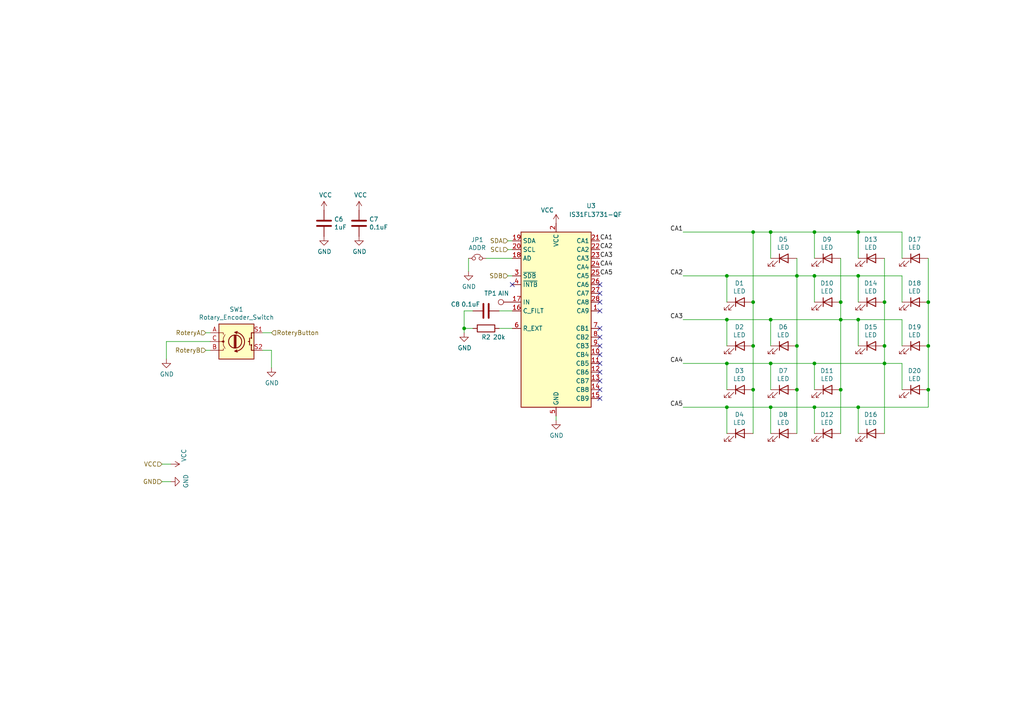
<source format=kicad_sch>
(kicad_sch (version 20210126) (generator eeschema)
  (paper "A4")
  (lib_symbols
    (symbol "Connector:TestPoint" (pin_numbers hide) (pin_names (offset 0.762) hide)
      (property "Reference" "TP" (at 0 6.858 0))
      (property "Value" "TestPoint" (at 0 5.08 0))
      (symbol "TestPoint_0_1"
        (circle (center 0 3.302) (radius 0.762))
      )
      (symbol "TestPoint_1_1"
        (pin passive line (at 0 0 90) (length 2.54) (name "1") (number "1"))
      )
    )
    (symbol "Device:C" (pin_numbers hide) (pin_names (offset 0.254))
      (property "Reference" "C" (at 0.635 2.54 0))
      (property "Value" "C" (at 0.635 -2.54 0))
      (symbol "C_0_1"
        (polyline (pts (xy -2.032 -0.762) (xy 2.032 -0.762)) (stroke (width 0.508)))
        (polyline (pts (xy -2.032 0.762) (xy 2.032 0.762)) (stroke (width 0.508)))
      )
      (symbol "C_1_1"
        (pin passive line (at 0 3.81 270) (length 2.794) (name "~") (number "1"))
        (pin passive line (at 0 -3.81 90) (length 2.794) (name "~") (number "2"))
      )
    )
    (symbol "Device:Jumper_NC_Small" (pin_numbers hide) (pin_names (offset 0.762) hide)
      (property "Reference" "JP" (at 0 2.032 0))
      (property "Value" "Jumper_NC_Small" (at 0.254 -1.524 0))
      (symbol "Jumper_NC_Small_0_1"
        (arc (start 1.016 0.762) (end -1.016 0.762) (radius (at 0 -0.254) (length 1.4478) (angles 45 135)))
        (circle (center -1.016 0) (radius 0.508))
        (circle (center 1.016 0) (radius 0.508))
        (pin passive line (at -2.54 0 0) (length 1.016) (name "1") (number "1"))
        (pin passive line (at 2.54 0 180) (length 1.016) (name "2") (number "2"))
      )
    )
    (symbol "Device:LED" (pin_numbers hide) (pin_names (offset 1.016) hide)
      (property "Reference" "D" (at 0 2.54 0))
      (property "Value" "LED" (at 0 -2.54 0))
      (symbol "LED_0_1"
        (polyline (pts (xy -1.27 -1.27) (xy -1.27 1.27)) (stroke (width 0.254)))
        (polyline (pts (xy -1.27 0) (xy 1.27 0)))
        (polyline (pts (xy 1.27 -1.27) (xy 1.27 1.27) (xy -1.27 0) (xy 1.27 -1.27)) (stroke (width 0.254)))
        (polyline (pts (xy -3.048 -0.762) (xy -4.572 -2.286) (xy -3.81 -2.286) (xy -4.572 -2.286) (xy -4.572 -1.524)))
        (polyline (pts (xy -1.778 -0.762) (xy -3.302 -2.286) (xy -2.54 -2.286) (xy -3.302 -2.286) (xy -3.302 -1.524)))
      )
      (symbol "LED_1_1"
        (pin passive line (at -3.81 0 0) (length 2.54) (name "K") (number "1"))
        (pin passive line (at 3.81 0 180) (length 2.54) (name "A") (number "2"))
      )
    )
    (symbol "Device:R" (pin_numbers hide) (pin_names (offset 0))
      (property "Reference" "R" (at 2.032 0 90))
      (property "Value" "R" (at 0 0 90))
      (symbol "R_0_1"
        (rectangle (start -1.016 -2.54) (end 1.016 2.54) (stroke (width 0.254)))
      )
      (symbol "R_1_1"
        (pin passive line (at 0 3.81 270) (length 1.27) (name "~") (number "1"))
        (pin passive line (at 0 -3.81 90) (length 1.27) (name "~") (number "2"))
      )
    )
    (symbol "Device:Rotary_Encoder_Switch" (pin_names (offset 0.254) hide)
      (property "Reference" "SW" (at 0 6.604 0))
      (property "Value" "Rotary_Encoder_Switch" (at 0 -6.604 0))
      (symbol "Rotary_Encoder_Switch_0_1"
        (arc (start -0.381 -2.794) (end -0.381 2.667) (radius (at -0.381 -0.0508) (length 2.7432) (angles -89.9 89.9)) (stroke (width 0.254)))
        (circle (center -3.81 0) (radius 0.254) (fill (type outline)))
        (circle (center -0.381 0) (radius 1.905) (stroke (width 0.254)))
        (circle (center 4.318 -1.016) (radius 0.127) (stroke (width 0.254)))
        (circle (center 4.318 1.016) (radius 0.127) (stroke (width 0.254)))
        (rectangle (start -5.08 5.08) (end 5.08 -5.08) (stroke (width 0.254)) (fill (type background)))
        (polyline (pts (xy -0.635 -1.778) (xy -0.635 1.778)) (stroke (width 0.254)))
        (polyline (pts (xy -0.381 -1.778) (xy -0.381 1.778)) (stroke (width 0.254)))
        (polyline (pts (xy -0.127 1.778) (xy -0.127 -1.778)) (stroke (width 0.254)))
        (polyline (pts (xy 3.81 0) (xy 3.429 0)) (stroke (width 0.254)))
        (polyline (pts (xy 3.81 1.016) (xy 3.81 -1.016)) (stroke (width 0.254)))
        (polyline (pts (xy -5.08 -2.54) (xy -3.81 -2.54) (xy -3.81 -2.032)))
        (polyline (pts (xy -5.08 2.54) (xy -3.81 2.54) (xy -3.81 2.032)))
        (polyline (pts (xy 0.254 -3.048) (xy -0.508 -2.794) (xy 0.127 -2.413)) (stroke (width 0.254)))
        (polyline (pts (xy 0.254 2.921) (xy -0.508 2.667) (xy 0.127 2.286)) (stroke (width 0.254)))
        (polyline (pts (xy 5.08 -2.54) (xy 4.318 -2.54) (xy 4.318 -1.016)) (stroke (width 0.254)))
        (polyline (pts (xy 5.08 2.54) (xy 4.318 2.54) (xy 4.318 1.016)) (stroke (width 0.254)))
        (polyline (pts (xy -5.08 0) (xy -3.81 0) (xy -3.81 -1.016) (xy -3.302 -2.032)))
        (polyline (pts (xy -4.318 0) (xy -3.81 0) (xy -3.81 1.016) (xy -3.302 2.032)))
      )
      (symbol "Rotary_Encoder_Switch_1_1"
        (pin passive line (at -7.62 2.54 0) (length 2.54) (name "A") (number "A"))
        (pin passive line (at -7.62 -2.54 0) (length 2.54) (name "B") (number "B"))
        (pin passive line (at -7.62 0 0) (length 2.54) (name "C") (number "C"))
        (pin passive line (at 7.62 2.54 180) (length 2.54) (name "S1") (number "S1"))
        (pin passive line (at 7.62 -2.54 180) (length 2.54) (name "S2") (number "S2"))
      )
    )
    (symbol "Driver_LED:IS31FL3731-QF"
      (property "Reference" "U" (at -10.16 26.035 0))
      (property "Value" "IS31FL3731-QF" (at 2.54 -26.035 0))
      (symbol "IS31FL3731-QF_0_1"
        (rectangle (start -10.16 25.4) (end 10.16 -25.4) (stroke (width 0.254)) (fill (type background)))
      )
      (symbol "IS31FL3731-QF_1_1"
        (pin bidirectional line (at 12.7 2.54 180) (length 2.54) (name "CA9") (number "1"))
        (pin bidirectional line (at 12.7 -10.16 180) (length 2.54) (name "CB4") (number "10"))
        (pin bidirectional line (at 12.7 -12.7 180) (length 2.54) (name "CB5") (number "11"))
        (pin bidirectional line (at 12.7 -15.24 180) (length 2.54) (name "CB6") (number "12"))
        (pin bidirectional line (at 12.7 -17.78 180) (length 2.54) (name "CB7") (number "13"))
        (pin bidirectional line (at 12.7 -20.32 180) (length 2.54) (name "CB8") (number "14"))
        (pin bidirectional line (at 12.7 -22.86 180) (length 2.54) (name "CB9") (number "15"))
        (pin passive line (at -12.7 2.54 0) (length 2.54) (name "C_FILT") (number "16"))
        (pin input line (at -12.7 5.08 0) (length 2.54) (name "IN") (number "17"))
        (pin input line (at -12.7 17.78 0) (length 2.54) (name "AD") (number "18"))
        (pin bidirectional line (at -12.7 22.86 0) (length 2.54) (name "SDA") (number "19"))
        (pin power_in line (at 0 27.94 270) (length 2.54) (name "VCC") (number "2"))
        (pin input line (at -12.7 20.32 0) (length 2.54) (name "SCL") (number "20"))
        (pin bidirectional line (at 12.7 22.86 180) (length 2.54) (name "CA1") (number "21"))
        (pin bidirectional line (at 12.7 20.32 180) (length 2.54) (name "CA2") (number "22"))
        (pin bidirectional line (at 12.7 17.78 180) (length 2.54) (name "CA3") (number "23"))
        (pin bidirectional line (at 12.7 15.24 180) (length 2.54) (name "CA4") (number "24"))
        (pin bidirectional line (at 12.7 12.7 180) (length 2.54) (name "CA5") (number "25"))
        (pin bidirectional line (at 12.7 10.16 180) (length 2.54) (name "CA6") (number "26"))
        (pin bidirectional line (at 12.7 7.62 180) (length 2.54) (name "CA7") (number "27"))
        (pin bidirectional line (at 12.7 5.08 180) (length 2.54) (name "CA8") (number "28"))
        (pin passive line (at 0 -27.94 90) (length 2.54) hide (name "GND") (number "29"))
        (pin input line (at -12.7 12.7 0) (length 2.54) (name "~SDB") (number "3"))
        (pin open_collector line (at -12.7 10.16 0) (length 2.54) (name "~INTB") (number "4"))
        (pin power_in line (at 0 -27.94 90) (length 2.54) (name "GND") (number "5"))
        (pin passive line (at -12.7 -2.54 0) (length 2.54) (name "R_EXT") (number "6"))
        (pin bidirectional line (at 12.7 -2.54 180) (length 2.54) (name "CB1") (number "7"))
        (pin bidirectional line (at 12.7 -5.08 180) (length 2.54) (name "CB2") (number "8"))
        (pin bidirectional line (at 12.7 -7.62 180) (length 2.54) (name "CB3") (number "9"))
      )
    )
    (symbol "power:GND" (power) (pin_names (offset 0))
      (property "Value" "GND" (at 0 -3.81 0))
      (symbol "GND_0_1"
        (polyline (pts (xy 0 0) (xy 0 -1.27) (xy 1.27 -1.27) (xy 0 -2.54) (xy -1.27 -1.27) (xy 0 -1.27)))
      )
      (symbol "GND_1_1"
        (pin power_in line (at 0 0 270) (length 0) hide (name "GND") (number "1"))
      )
    )
    (symbol "power:VCC" (power) (pin_names (offset 0))
      (property "Value" "VCC" (at 0 3.81 0))
      (symbol "VCC_0_1"
        (polyline (pts (xy -0.762 1.27) (xy 0 2.54)))
        (polyline (pts (xy 0 0) (xy 0 2.54)))
        (polyline (pts (xy 0 2.54) (xy 0.762 1.27)))
      )
      (symbol "VCC_1_1"
        (pin power_in line (at 0 0 90) (length 0) hide (name "VCC") (number "1"))
      )
    )
  )
  (junction (at 134.62 95.25) (diameter 0.9144))
  (junction (at 210.82 80.01) (diameter 0.9144))
  (junction (at 210.82 92.71) (diameter 0.9144))
  (junction (at 210.82 105.41) (diameter 0.9144))
  (junction (at 210.82 118.11) (diameter 0.9144))
  (junction (at 218.44 67.31) (diameter 0.9144))
  (junction (at 218.44 87.63) (diameter 0.9144))
  (junction (at 218.44 100.33) (diameter 0.9144))
  (junction (at 218.44 113.03) (diameter 0.9144))
  (junction (at 223.52 67.31) (diameter 0.9144))
  (junction (at 223.52 92.71) (diameter 0.9144))
  (junction (at 223.52 105.41) (diameter 0.9144))
  (junction (at 223.52 118.11) (diameter 0.9144))
  (junction (at 231.14 80.01) (diameter 0.9144))
  (junction (at 231.14 100.33) (diameter 0.9144))
  (junction (at 231.14 113.03) (diameter 0.9144))
  (junction (at 236.22 67.31) (diameter 0.9144))
  (junction (at 236.22 80.01) (diameter 0.9144))
  (junction (at 236.22 105.41) (diameter 0.9144))
  (junction (at 236.22 118.11) (diameter 0.9144))
  (junction (at 243.84 87.63) (diameter 0.9144))
  (junction (at 243.84 92.71) (diameter 0.9144))
  (junction (at 243.84 113.03) (diameter 0.9144))
  (junction (at 248.92 67.31) (diameter 0.9144))
  (junction (at 248.92 80.01) (diameter 0.9144))
  (junction (at 248.92 92.71) (diameter 0.9144))
  (junction (at 248.92 118.11) (diameter 0.9144))
  (junction (at 256.54 87.63) (diameter 0.9144))
  (junction (at 256.54 100.33) (diameter 0.9144))
  (junction (at 256.54 105.41) (diameter 0.9144))
  (junction (at 269.24 87.63) (diameter 0.9144))
  (junction (at 269.24 100.33) (diameter 0.9144))
  (junction (at 269.24 113.03) (diameter 0.9144))
  (no_connect (at 148.59 82.55))
  (no_connect (at 173.99 82.55))
  (no_connect (at 173.99 85.09))
  (no_connect (at 173.99 87.63))
  (no_connect (at 173.99 90.17))
  (no_connect (at 173.99 95.25))
  (no_connect (at 173.99 97.79))
  (no_connect (at 173.99 100.33))
  (no_connect (at 173.99 102.87))
  (no_connect (at 173.99 105.41))
  (no_connect (at 173.99 107.95))
  (no_connect (at 173.99 110.49))
  (no_connect (at 173.99 113.03))
  (no_connect (at 173.99 115.57))
  (wire (pts (xy 46.99 134.62) (xy 49.53 134.62)))
  (wire (pts (xy 46.99 139.7) (xy 49.53 139.7)))
  (wire (pts (xy 48.26 99.06) (xy 48.26 104.14)))
  (wire (pts (xy 48.26 99.06) (xy 60.96 99.06)))
  (wire (pts (xy 59.69 96.52) (xy 60.96 96.52)))
  (wire (pts (xy 59.69 101.6) (xy 60.96 101.6)))
  (wire (pts (xy 76.2 96.52) (xy 78.74 96.52)))
  (wire (pts (xy 76.2 101.6) (xy 78.74 101.6)))
  (wire (pts (xy 78.74 101.6) (xy 78.74 106.68)))
  (wire (pts (xy 134.62 90.17) (xy 134.62 95.25)))
  (wire (pts (xy 134.62 95.25) (xy 134.62 96.52)))
  (wire (pts (xy 135.89 74.93) (xy 135.89 78.74)))
  (wire (pts (xy 137.16 90.17) (xy 134.62 90.17)))
  (wire (pts (xy 137.16 95.25) (xy 134.62 95.25)))
  (wire (pts (xy 144.78 90.17) (xy 148.59 90.17)))
  (wire (pts (xy 144.78 95.25) (xy 148.59 95.25)))
  (wire (pts (xy 147.32 69.85) (xy 148.59 69.85)))
  (wire (pts (xy 147.32 72.39) (xy 148.59 72.39)))
  (wire (pts (xy 147.32 80.01) (xy 148.59 80.01)))
  (wire (pts (xy 148.59 74.93) (xy 140.97 74.93)))
  (wire (pts (xy 161.29 120.65) (xy 161.29 121.92)))
  (wire (pts (xy 198.12 118.11) (xy 210.82 118.11)))
  (wire (pts (xy 210.82 80.01) (xy 198.12 80.01)))
  (wire (pts (xy 210.82 87.63) (xy 210.82 80.01)))
  (wire (pts (xy 210.82 92.71) (xy 198.12 92.71)))
  (wire (pts (xy 210.82 100.33) (xy 210.82 92.71)))
  (wire (pts (xy 210.82 105.41) (xy 198.12 105.41)))
  (wire (pts (xy 210.82 113.03) (xy 210.82 105.41)))
  (wire (pts (xy 210.82 118.11) (xy 223.52 118.11)))
  (wire (pts (xy 210.82 125.73) (xy 210.82 118.11)))
  (wire (pts (xy 218.44 67.31) (xy 198.12 67.31)))
  (wire (pts (xy 218.44 87.63) (xy 218.44 67.31)))
  (wire (pts (xy 218.44 87.63) (xy 218.44 100.33)))
  (wire (pts (xy 218.44 100.33) (xy 218.44 113.03)))
  (wire (pts (xy 218.44 113.03) (xy 218.44 125.73)))
  (wire (pts (xy 223.52 67.31) (xy 218.44 67.31)))
  (wire (pts (xy 223.52 74.93) (xy 223.52 67.31)))
  (wire (pts (xy 223.52 92.71) (xy 210.82 92.71)))
  (wire (pts (xy 223.52 100.33) (xy 223.52 92.71)))
  (wire (pts (xy 223.52 105.41) (xy 210.82 105.41)))
  (wire (pts (xy 223.52 113.03) (xy 223.52 105.41)))
  (wire (pts (xy 223.52 118.11) (xy 236.22 118.11)))
  (wire (pts (xy 223.52 125.73) (xy 223.52 118.11)))
  (wire (pts (xy 231.14 74.93) (xy 231.14 80.01)))
  (wire (pts (xy 231.14 80.01) (xy 210.82 80.01)))
  (wire (pts (xy 231.14 80.01) (xy 231.14 100.33)))
  (wire (pts (xy 231.14 80.01) (xy 236.22 80.01)))
  (wire (pts (xy 231.14 100.33) (xy 231.14 113.03)))
  (wire (pts (xy 231.14 113.03) (xy 231.14 125.73)))
  (wire (pts (xy 236.22 67.31) (xy 223.52 67.31)))
  (wire (pts (xy 236.22 74.93) (xy 236.22 67.31)))
  (wire (pts (xy 236.22 80.01) (xy 248.92 80.01)))
  (wire (pts (xy 236.22 87.63) (xy 236.22 80.01)))
  (wire (pts (xy 236.22 105.41) (xy 223.52 105.41)))
  (wire (pts (xy 236.22 113.03) (xy 236.22 105.41)))
  (wire (pts (xy 236.22 118.11) (xy 248.92 118.11)))
  (wire (pts (xy 236.22 125.73) (xy 236.22 118.11)))
  (wire (pts (xy 243.84 87.63) (xy 243.84 74.93)))
  (wire (pts (xy 243.84 92.71) (xy 223.52 92.71)))
  (wire (pts (xy 243.84 92.71) (xy 243.84 87.63)))
  (wire (pts (xy 243.84 92.71) (xy 243.84 113.03)))
  (wire (pts (xy 243.84 113.03) (xy 243.84 125.73)))
  (wire (pts (xy 248.92 67.31) (xy 236.22 67.31)))
  (wire (pts (xy 248.92 74.93) (xy 248.92 67.31)))
  (wire (pts (xy 248.92 87.63) (xy 248.92 80.01)))
  (wire (pts (xy 248.92 92.71) (xy 243.84 92.71)))
  (wire (pts (xy 248.92 100.33) (xy 248.92 92.71)))
  (wire (pts (xy 248.92 118.11) (xy 269.24 118.11)))
  (wire (pts (xy 248.92 125.73) (xy 248.92 118.11)))
  (wire (pts (xy 256.54 87.63) (xy 256.54 74.93)))
  (wire (pts (xy 256.54 100.33) (xy 256.54 87.63)))
  (wire (pts (xy 256.54 105.41) (xy 236.22 105.41)))
  (wire (pts (xy 256.54 105.41) (xy 256.54 100.33)))
  (wire (pts (xy 256.54 105.41) (xy 256.54 125.73)))
  (wire (pts (xy 261.62 67.31) (xy 248.92 67.31)))
  (wire (pts (xy 261.62 74.93) (xy 261.62 67.31)))
  (wire (pts (xy 261.62 80.01) (xy 248.92 80.01)))
  (wire (pts (xy 261.62 87.63) (xy 261.62 80.01)))
  (wire (pts (xy 261.62 92.71) (xy 248.92 92.71)))
  (wire (pts (xy 261.62 100.33) (xy 261.62 92.71)))
  (wire (pts (xy 261.62 105.41) (xy 256.54 105.41)))
  (wire (pts (xy 261.62 113.03) (xy 261.62 105.41)))
  (wire (pts (xy 269.24 87.63) (xy 269.24 74.93)))
  (wire (pts (xy 269.24 100.33) (xy 269.24 87.63)))
  (wire (pts (xy 269.24 113.03) (xy 269.24 100.33)))
  (wire (pts (xy 269.24 118.11) (xy 269.24 113.03)))
  (label "CA1" (at 173.99 69.85 0))
  (label "CA2" (at 173.99 72.39 0))
  (label "CA3" (at 173.99 74.93 0))
  (label "CA4" (at 173.99 77.47 0))
  (label "CA5" (at 173.99 80.01 0))
  (label "CA1" (at 198.12 67.31 180))
  (label "CA2" (at 198.12 80.01 180))
  (label "CA3" (at 198.12 92.71 180))
  (label "CA4" (at 198.12 105.41 180))
  (label "CA5" (at 198.12 118.11 180))
  (hierarchical_label "VCC" (shape input) (at 46.99 134.62 180))
  (hierarchical_label "GND" (shape input) (at 46.99 139.7 180))
  (hierarchical_label "RoteryA" (shape input) (at 59.69 96.52 180))
  (hierarchical_label "RoteryB" (shape input) (at 59.69 101.6 180))
  (hierarchical_label "RoteryButton" (shape input) (at 78.74 96.52 0))
  (hierarchical_label "SDA" (shape input) (at 147.32 69.85 180))
  (hierarchical_label "SCL" (shape input) (at 147.32 72.39 180))
  (hierarchical_label "SDB" (shape input) (at 147.32 80.01 180))
  (symbol (lib_id "Connector:TestPoint") (at 148.59 87.63 90) (unit 1)
    (property "Reference" "TP1" (at 142.24 85.09 90))
    (property "Value" "AIN" (at 146.05 85.09 90))
    (property "Footprint" "TestPoint:TestPoint_Pad_D2.0mm" (effects hide))
  )
  (symbol (lib_id "power:VCC") (at 49.53 134.62 270) (unit 1)
    (property "Reference" "#PWR011" (effects hide))
    (property "Value" "VCC" (at 53.34 132.08 0))
  )
  (symbol (lib_id "power:VCC") (at 93.98 60.96 0) (unit 1)
    (property "Reference" "#PWR014" (effects hide))
    (property "Value" "VCC" (at 94.4118 56.5658 0))
  )
  (symbol (lib_id "power:VCC") (at 104.14 60.96 0) (unit 1)
    (property "Reference" "#PWR016" (effects hide))
    (property "Value" "VCC" (at 104.5718 56.5658 0))
  )
  (symbol (lib_id "power:VCC") (at 161.29 64.77 0) (unit 1)
    (property "Reference" "#PWR020" (effects hide))
    (property "Value" "VCC" (at 158.75 60.96 0))
  )
  (symbol (lib_id "power:GND") (at 48.26 104.14 0) (unit 1)
    (property "Reference" "#PWR010" (effects hide))
    (property "Value" "GND" (at 48.387 108.5342 0))
  )
  (symbol (lib_id "power:GND") (at 49.53 139.7 90) (unit 1)
    (property "Reference" "#PWR012" (effects hide))
    (property "Value" "GND" (at 53.9242 139.573 0))
  )
  (symbol (lib_id "power:GND") (at 78.74 106.68 0) (unit 1)
    (property "Reference" "#PWR013" (effects hide))
    (property "Value" "GND" (at 78.867 111.0742 0))
  )
  (symbol (lib_id "power:GND") (at 93.98 68.58 0) (unit 1)
    (property "Reference" "#PWR015" (effects hide))
    (property "Value" "GND" (at 94.107 72.9742 0))
  )
  (symbol (lib_id "power:GND") (at 104.14 68.58 0) (unit 1)
    (property "Reference" "#PWR017" (effects hide))
    (property "Value" "GND" (at 104.267 72.9742 0))
  )
  (symbol (lib_id "power:GND") (at 134.62 96.52 0) (unit 1)
    (property "Reference" "#PWR018" (effects hide))
    (property "Value" "GND" (at 134.747 100.9142 0))
  )
  (symbol (lib_id "power:GND") (at 135.89 78.74 0) (unit 1)
    (property "Reference" "#PWR019" (effects hide))
    (property "Value" "GND" (at 136.017 83.1342 0))
  )
  (symbol (lib_id "power:GND") (at 161.29 121.92 0) (unit 1)
    (property "Reference" "#PWR0102" (effects hide))
    (property "Value" "GND" (at 161.417 126.3142 0))
  )
  (symbol (lib_id "Device:Jumper_NC_Small") (at 138.43 74.93 0) (unit 1)
    (property "Reference" "JP1" (at 138.43 69.5452 0))
    (property "Value" "ADDR" (at 138.43 71.8566 0))
    (property "Footprint" "Jumper:SolderJumper-2_P1.3mm_Bridged_Pad1.0x1.5mm" (effects hide))
  )
  (symbol (lib_id "Device:R") (at 140.97 95.25 270) (unit 1)
    (property "Reference" "R2" (at 140.97 97.79 90))
    (property "Value" "20k" (at 144.78 97.79 90))
    (property "Footprint" "Resistor_SMD:R_0805_2012Metric" (effects hide))
  )
  (symbol (lib_id "Device:LED") (at 214.63 87.63 0) (unit 1)
    (property "Reference" "D1" (at 214.4522 82.1436 0))
    (property "Value" "LED" (at 214.4522 84.455 0))
    (property "Footprint" "LED_SMD:LED_Osram_Lx_P47F_D2mm_ReverseMount" (effects hide))
  )
  (symbol (lib_id "Device:LED") (at 214.63 100.33 0) (unit 1)
    (property "Reference" "D2" (at 214.4522 94.8436 0))
    (property "Value" "LED" (at 214.4522 97.155 0))
    (property "Footprint" "LED_SMD:LED_Osram_Lx_P47F_D2mm_ReverseMount" (effects hide))
  )
  (symbol (lib_id "Device:LED") (at 214.63 113.03 0) (unit 1)
    (property "Reference" "D3" (at 214.4522 107.5436 0))
    (property "Value" "LED" (at 214.4522 109.855 0))
    (property "Footprint" "LED_SMD:LED_Osram_Lx_P47F_D2mm_ReverseMount" (effects hide))
  )
  (symbol (lib_id "Device:LED") (at 214.63 125.73 0) (unit 1)
    (property "Reference" "D4" (at 214.4522 120.2436 0))
    (property "Value" "LED" (at 214.4522 122.555 0))
    (property "Footprint" "LED_SMD:LED_Osram_Lx_P47F_D2mm_ReverseMount" (effects hide))
  )
  (symbol (lib_id "Device:LED") (at 227.33 74.93 0) (unit 1)
    (property "Reference" "D5" (at 227.1522 69.4436 0))
    (property "Value" "LED" (at 227.1522 71.755 0))
    (property "Footprint" "LED_SMD:LED_Osram_Lx_P47F_D2mm_ReverseMount" (effects hide))
  )
  (symbol (lib_id "Device:LED") (at 227.33 100.33 0) (unit 1)
    (property "Reference" "D6" (at 227.1522 94.8436 0))
    (property "Value" "LED" (at 227.1522 97.155 0))
    (property "Footprint" "LED_SMD:LED_Osram_Lx_P47F_D2mm_ReverseMount" (effects hide))
  )
  (symbol (lib_id "Device:LED") (at 227.33 113.03 0) (unit 1)
    (property "Reference" "D7" (at 227.1522 107.5436 0))
    (property "Value" "LED" (at 227.1522 109.855 0))
    (property "Footprint" "LED_SMD:LED_Osram_Lx_P47F_D2mm_ReverseMount" (effects hide))
  )
  (symbol (lib_id "Device:LED") (at 227.33 125.73 0) (unit 1)
    (property "Reference" "D8" (at 227.1522 120.2436 0))
    (property "Value" "LED" (at 227.1522 122.555 0))
    (property "Footprint" "LED_SMD:LED_Osram_Lx_P47F_D2mm_ReverseMount" (effects hide))
  )
  (symbol (lib_id "Device:LED") (at 240.03 74.93 0) (unit 1)
    (property "Reference" "D9" (at 239.8522 69.4436 0))
    (property "Value" "LED" (at 239.8522 71.755 0))
    (property "Footprint" "LED_SMD:LED_Osram_Lx_P47F_D2mm_ReverseMount" (effects hide))
  )
  (symbol (lib_id "Device:LED") (at 240.03 87.63 0) (unit 1)
    (property "Reference" "D10" (at 239.8522 82.1436 0))
    (property "Value" "LED" (at 239.8522 84.455 0))
    (property "Footprint" "LED_SMD:LED_Osram_Lx_P47F_D2mm_ReverseMount" (effects hide))
  )
  (symbol (lib_id "Device:LED") (at 240.03 113.03 0) (unit 1)
    (property "Reference" "D11" (at 239.8522 107.5436 0))
    (property "Value" "LED" (at 239.8522 109.855 0))
    (property "Footprint" "LED_SMD:LED_Osram_Lx_P47F_D2mm_ReverseMount" (effects hide))
  )
  (symbol (lib_id "Device:LED") (at 240.03 125.73 0) (unit 1)
    (property "Reference" "D12" (at 239.8522 120.2436 0))
    (property "Value" "LED" (at 239.8522 122.555 0))
    (property "Footprint" "LED_SMD:LED_Osram_Lx_P47F_D2mm_ReverseMount" (effects hide))
  )
  (symbol (lib_id "Device:LED") (at 252.73 74.93 0) (unit 1)
    (property "Reference" "D13" (at 252.5522 69.4436 0))
    (property "Value" "LED" (at 252.5522 71.755 0))
    (property "Footprint" "LED_SMD:LED_Osram_Lx_P47F_D2mm_ReverseMount" (effects hide))
  )
  (symbol (lib_id "Device:LED") (at 252.73 87.63 0) (unit 1)
    (property "Reference" "D14" (at 252.5522 82.1436 0))
    (property "Value" "LED" (at 252.5522 84.455 0))
    (property "Footprint" "LED_SMD:LED_Osram_Lx_P47F_D2mm_ReverseMount" (effects hide))
  )
  (symbol (lib_id "Device:LED") (at 252.73 100.33 0) (unit 1)
    (property "Reference" "D15" (at 252.5522 94.8436 0))
    (property "Value" "LED" (at 252.5522 97.155 0))
    (property "Footprint" "LED_SMD:LED_Osram_Lx_P47F_D2mm_ReverseMount" (effects hide))
  )
  (symbol (lib_id "Device:LED") (at 252.73 125.73 0) (unit 1)
    (property "Reference" "D16" (at 252.5522 120.2436 0))
    (property "Value" "LED" (at 252.5522 122.555 0))
    (property "Footprint" "LED_SMD:LED_Osram_Lx_P47F_D2mm_ReverseMount" (effects hide))
  )
  (symbol (lib_id "Device:LED") (at 265.43 74.93 0) (unit 1)
    (property "Reference" "D17" (at 265.2522 69.4436 0))
    (property "Value" "LED" (at 265.2522 71.755 0))
    (property "Footprint" "LED_SMD:LED_Osram_Lx_P47F_D2mm_ReverseMount" (effects hide))
  )
  (symbol (lib_id "Device:LED") (at 265.43 87.63 0) (unit 1)
    (property "Reference" "D18" (at 265.2522 82.1436 0))
    (property "Value" "LED" (at 265.2522 84.455 0))
    (property "Footprint" "LED_SMD:LED_Osram_Lx_P47F_D2mm_ReverseMount" (effects hide))
  )
  (symbol (lib_id "Device:LED") (at 265.43 100.33 0) (unit 1)
    (property "Reference" "D19" (at 265.2522 94.8436 0))
    (property "Value" "LED" (at 265.2522 97.155 0))
    (property "Footprint" "LED_SMD:LED_Osram_Lx_P47F_D2mm_ReverseMount" (effects hide))
  )
  (symbol (lib_id "Device:LED") (at 265.43 113.03 0) (unit 1)
    (property "Reference" "D20" (at 265.2522 107.5436 0))
    (property "Value" "LED" (at 265.2522 109.855 0))
    (property "Footprint" "LED_SMD:LED_Osram_Lx_P47F_D2mm_ReverseMount" (effects hide))
  )
  (symbol (lib_id "Device:C") (at 93.98 64.77 0) (unit 1)
    (property "Reference" "C6" (at 96.901 63.6016 0) (effects (justify left)))
    (property "Value" "1uF" (at 96.901 65.913 0) (effects (justify left)))
    (property "Footprint" "Capacitor_SMD:C_0805_2012Metric" (effects hide))
  )
  (symbol (lib_id "Device:C") (at 104.14 64.77 0) (unit 1)
    (property "Reference" "C7" (at 107.061 63.6016 0) (effects (justify left)))
    (property "Value" "0.1uF" (at 107.061 65.913 0) (effects (justify left)))
    (property "Footprint" "Capacitor_SMD:C_0805_2012Metric" (effects hide))
  )
  (symbol (lib_id "Device:C") (at 140.97 90.17 270) (unit 1)
    (property "Reference" "C8" (at 132.08 88.265 90))
    (property "Value" "0.1uF" (at 136.525 88.265 90))
    (property "Footprint" "Capacitor_SMD:C_0805_2012Metric" (effects hide))
  )
  (symbol (lib_id "Device:Rotary_Encoder_Switch") (at 68.58 99.06 0) (unit 1)
    (property "Reference" "SW1" (at 68.58 89.7382 0))
    (property "Value" "Rotary_Encoder_Switch" (at 68.58 92.0496 0))
    (property "Footprint" "Rotary_Encoder:RotaryEncoder_Alps_EC12E-Switch_Vertical_H20mm_CircularMountingHoles" (effects hide))
  )
  (symbol (lib_id "Driver_LED:IS31FL3731-QF") (at 161.29 92.71 0) (unit 1)
    (property "Reference" "U3" (at 171.45 59.69 0))
    (property "Value" "IS31FL3731-QF" (at 172.72 62.23 0))
    (property "Footprint" "Package_DFN_QFN:QFN-28-1EP_4x4mm_P0.4mm_EP2.3x2.3mm" (effects hide))
    (property "Datasheet" "http://www.issi.com/WW/pdf/31FL3731.pdf" (effects hide))
  )
)
</source>
